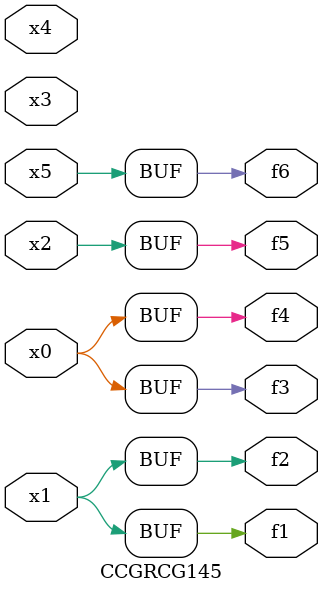
<source format=v>
module CCGRCG145(
	input x0, x1, x2, x3, x4, x5,
	output f1, f2, f3, f4, f5, f6
);
	assign f1 = x1;
	assign f2 = x1;
	assign f3 = x0;
	assign f4 = x0;
	assign f5 = x2;
	assign f6 = x5;
endmodule

</source>
